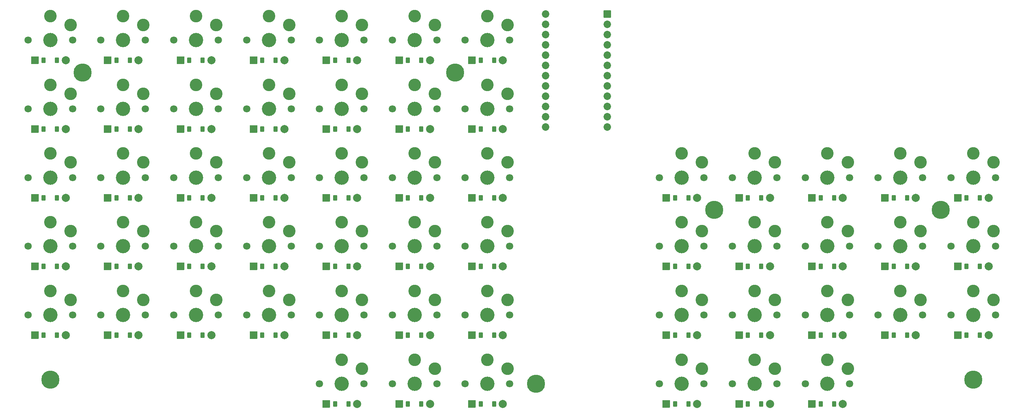
<source format=gbr>
%TF.GenerationSoftware,KiCad,Pcbnew,8.0.2*%
%TF.CreationDate,2024-06-03T01:18:46-04:00*%
%TF.ProjectId,unisplitchoc,756e6973-706c-4697-9463-686f632e6b69,v1.0.0*%
%TF.SameCoordinates,Original*%
%TF.FileFunction,Soldermask,Top*%
%TF.FilePolarity,Negative*%
%FSLAX46Y46*%
G04 Gerber Fmt 4.6, Leading zero omitted, Abs format (unit mm)*
G04 Created by KiCad (PCBNEW 8.0.2) date 2024-06-03 01:18:46*
%MOMM*%
%LPD*%
G01*
G04 APERTURE LIST*
G04 Aperture macros list*
%AMRoundRect*
0 Rectangle with rounded corners*
0 $1 Rounding radius*
0 $2 $3 $4 $5 $6 $7 $8 $9 X,Y pos of 4 corners*
0 Add a 4 corners polygon primitive as box body*
4,1,4,$2,$3,$4,$5,$6,$7,$8,$9,$2,$3,0*
0 Add four circle primitives for the rounded corners*
1,1,$1+$1,$2,$3*
1,1,$1+$1,$4,$5*
1,1,$1+$1,$6,$7*
1,1,$1+$1,$8,$9*
0 Add four rect primitives between the rounded corners*
20,1,$1+$1,$2,$3,$4,$5,0*
20,1,$1+$1,$4,$5,$6,$7,0*
20,1,$1+$1,$6,$7,$8,$9,0*
20,1,$1+$1,$8,$9,$2,$3,0*%
G04 Aperture macros list end*
%ADD10C,1.801800*%
%ADD11C,3.100000*%
%ADD12C,3.529000*%
%ADD13RoundRect,0.050000X-0.889000X-0.889000X0.889000X-0.889000X0.889000X0.889000X-0.889000X0.889000X0*%
%ADD14RoundRect,0.050000X-0.450000X-0.600000X0.450000X-0.600000X0.450000X0.600000X-0.450000X0.600000X0*%
%ADD15C,2.005000*%
%ADD16C,0.800000*%
%ADD17C,4.500000*%
%ADD18RoundRect,0.050000X-0.876300X0.876300X-0.876300X-0.876300X0.876300X-0.876300X0.876300X0.876300X0*%
%ADD19C,1.852600*%
G04 APERTURE END LIST*
D10*
%TO.C,S45*%
X268500000Y-166000000D03*
D11*
X274000000Y-160050000D03*
D12*
X274000000Y-166000000D03*
D11*
X279000000Y-162250000D03*
D10*
X279500000Y-166000000D03*
%TD*%
D13*
%TO.C,D52*%
X306190000Y-171000000D03*
D14*
X308350000Y-171000000D03*
X311650000Y-171000000D03*
D15*
X313810000Y-171000000D03*
%TD*%
D13*
%TO.C,D8*%
X114190000Y-154000000D03*
D14*
X116350000Y-154000000D03*
X119650000Y-154000000D03*
D15*
X121810000Y-154000000D03*
%TD*%
D13*
%TO.C,D20*%
X150190000Y-120000000D03*
D14*
X152350000Y-120000000D03*
X155650000Y-120000000D03*
D15*
X157810000Y-120000000D03*
%TD*%
D13*
%TO.C,D36*%
X204190000Y-154000000D03*
D14*
X206350000Y-154000000D03*
X209650000Y-154000000D03*
D15*
X211810000Y-154000000D03*
%TD*%
D10*
%TO.C,S50*%
X286500000Y-149000000D03*
D11*
X292000000Y-143050000D03*
D12*
X292000000Y-149000000D03*
D11*
X297000000Y-145250000D03*
D10*
X297500000Y-149000000D03*
%TD*%
%TO.C,S20*%
X148500000Y-115000000D03*
D11*
X154000000Y-109050000D03*
D12*
X154000000Y-115000000D03*
D11*
X159000000Y-111250000D03*
D10*
X159500000Y-115000000D03*
%TD*%
D13*
%TO.C,D16*%
X150190000Y-188000000D03*
D14*
X152350000Y-188000000D03*
X155650000Y-188000000D03*
D15*
X157810000Y-188000000D03*
%TD*%
D10*
%TO.C,S3*%
X94500000Y-149000000D03*
D11*
X100000000Y-143050000D03*
D12*
X100000000Y-149000000D03*
D11*
X105000000Y-145250000D03*
D10*
X105500000Y-149000000D03*
%TD*%
%TO.C,S25*%
X166500000Y-132000000D03*
D11*
X172000000Y-126050000D03*
D12*
X172000000Y-132000000D03*
D11*
X177000000Y-128250000D03*
D10*
X177500000Y-132000000D03*
%TD*%
D13*
%TO.C,D27*%
X186190000Y-205000000D03*
D14*
X188350000Y-205000000D03*
X191650000Y-205000000D03*
D15*
X193810000Y-205000000D03*
%TD*%
D10*
%TO.C,S55*%
X322500000Y-166000000D03*
D11*
X328000000Y-160050000D03*
D12*
X328000000Y-166000000D03*
D11*
X333000000Y-162250000D03*
D10*
X333500000Y-166000000D03*
%TD*%
%TO.C,S42*%
X250500000Y-149000000D03*
D11*
X256000000Y-143050000D03*
D12*
X256000000Y-149000000D03*
D11*
X261000000Y-145250000D03*
D10*
X261500000Y-149000000D03*
%TD*%
%TO.C,S11*%
X130500000Y-183000000D03*
D11*
X136000000Y-177050000D03*
D12*
X136000000Y-183000000D03*
D11*
X141000000Y-179250000D03*
D10*
X141500000Y-183000000D03*
%TD*%
D13*
%TO.C,D49*%
X288190000Y-171000000D03*
D14*
X290350000Y-171000000D03*
X293650000Y-171000000D03*
D15*
X295810000Y-171000000D03*
%TD*%
D13*
%TO.C,D5*%
X96190000Y-120000000D03*
D14*
X98350000Y-120000000D03*
X101650000Y-120000000D03*
D15*
X103810000Y-120000000D03*
%TD*%
D13*
%TO.C,D21*%
X168190000Y-205000000D03*
D14*
X170350000Y-205000000D03*
X173650000Y-205000000D03*
D15*
X175810000Y-205000000D03*
%TD*%
D13*
%TO.C,D30*%
X186190000Y-154000000D03*
D14*
X188350000Y-154000000D03*
X191650000Y-154000000D03*
D15*
X193810000Y-154000000D03*
%TD*%
D13*
%TO.C,D45*%
X270190000Y-171000000D03*
D14*
X272350000Y-171000000D03*
X275650000Y-171000000D03*
D15*
X277810000Y-171000000D03*
%TD*%
D13*
%TO.C,D11*%
X132190000Y-188000000D03*
D14*
X134350000Y-188000000D03*
X137650000Y-188000000D03*
D15*
X139810000Y-188000000D03*
%TD*%
D13*
%TO.C,D18*%
X150190000Y-154000000D03*
D14*
X152350000Y-154000000D03*
X155650000Y-154000000D03*
D15*
X157810000Y-154000000D03*
%TD*%
D10*
%TO.C,S30*%
X184500000Y-149000000D03*
D11*
X190000000Y-143050000D03*
D12*
X190000000Y-149000000D03*
D11*
X195000000Y-145250000D03*
D10*
X195500000Y-149000000D03*
%TD*%
%TO.C,S39*%
X250500000Y-200000000D03*
D11*
X256000000Y-194050000D03*
D12*
X256000000Y-200000000D03*
D11*
X261000000Y-196250000D03*
D10*
X261500000Y-200000000D03*
%TD*%
%TO.C,S52*%
X304500000Y-166000000D03*
D11*
X310000000Y-160050000D03*
D12*
X310000000Y-166000000D03*
D11*
X315000000Y-162250000D03*
D10*
X315500000Y-166000000D03*
%TD*%
D13*
%TO.C,D14*%
X132190000Y-137000000D03*
D14*
X134350000Y-137000000D03*
X137650000Y-137000000D03*
D15*
X139810000Y-137000000D03*
%TD*%
D10*
%TO.C,S16*%
X148500000Y-183000000D03*
D11*
X154000000Y-177050000D03*
D12*
X154000000Y-183000000D03*
D11*
X159000000Y-179250000D03*
D10*
X159500000Y-183000000D03*
%TD*%
D13*
%TO.C,D17*%
X150190000Y-171000000D03*
D14*
X152350000Y-171000000D03*
X155650000Y-171000000D03*
D15*
X157810000Y-171000000D03*
%TD*%
D13*
%TO.C,D28*%
X186190000Y-188000000D03*
D14*
X188350000Y-188000000D03*
X191650000Y-188000000D03*
D15*
X193810000Y-188000000D03*
%TD*%
D13*
%TO.C,D19*%
X150190000Y-137000000D03*
D14*
X152350000Y-137000000D03*
X155650000Y-137000000D03*
D15*
X157810000Y-137000000D03*
%TD*%
D10*
%TO.C,S23*%
X166500000Y-166000000D03*
D11*
X172000000Y-160050000D03*
D12*
X172000000Y-166000000D03*
D11*
X177000000Y-162250000D03*
D10*
X177500000Y-166000000D03*
%TD*%
D13*
%TO.C,D54*%
X324190000Y-188000000D03*
D14*
X326350000Y-188000000D03*
X329650000Y-188000000D03*
D15*
X331810000Y-188000000D03*
%TD*%
D10*
%TO.C,S33*%
X202500000Y-200000000D03*
D11*
X208000000Y-194050000D03*
D12*
X208000000Y-200000000D03*
D11*
X213000000Y-196250000D03*
D10*
X213500000Y-200000000D03*
%TD*%
D13*
%TO.C,D39*%
X252190000Y-205000000D03*
D14*
X254350000Y-205000000D03*
X257650000Y-205000000D03*
D15*
X259810000Y-205000000D03*
%TD*%
D10*
%TO.C,S51*%
X304500000Y-183000000D03*
D11*
X310000000Y-177050000D03*
D12*
X310000000Y-183000000D03*
D11*
X315000000Y-179250000D03*
D10*
X315500000Y-183000000D03*
%TD*%
%TO.C,S18*%
X148500000Y-149000000D03*
D11*
X154000000Y-143050000D03*
D12*
X154000000Y-149000000D03*
D11*
X159000000Y-145250000D03*
D10*
X159500000Y-149000000D03*
%TD*%
%TO.C,S26*%
X166500000Y-115000000D03*
D11*
X172000000Y-109050000D03*
D12*
X172000000Y-115000000D03*
D11*
X177000000Y-111250000D03*
D10*
X177500000Y-115000000D03*
%TD*%
%TO.C,S7*%
X112500000Y-166000000D03*
D11*
X118000000Y-160050000D03*
D12*
X118000000Y-166000000D03*
D11*
X123000000Y-162250000D03*
D10*
X123500000Y-166000000D03*
%TD*%
D13*
%TO.C,D47*%
X288190000Y-205000000D03*
D14*
X290350000Y-205000000D03*
X293650000Y-205000000D03*
D15*
X295810000Y-205000000D03*
%TD*%
D10*
%TO.C,S10*%
X112500000Y-115000000D03*
D11*
X118000000Y-109050000D03*
D12*
X118000000Y-115000000D03*
D11*
X123000000Y-111250000D03*
D10*
X123500000Y-115000000D03*
%TD*%
%TO.C,S37*%
X202500000Y-132000000D03*
D11*
X208000000Y-126050000D03*
D12*
X208000000Y-132000000D03*
D11*
X213000000Y-128250000D03*
D10*
X213500000Y-132000000D03*
%TD*%
D13*
%TO.C,D26*%
X168190000Y-120000000D03*
D14*
X170350000Y-120000000D03*
X173650000Y-120000000D03*
D15*
X175810000Y-120000000D03*
%TD*%
D10*
%TO.C,S1*%
X94500000Y-183000000D03*
D11*
X100000000Y-177050000D03*
D12*
X100000000Y-183000000D03*
D11*
X105000000Y-179250000D03*
D10*
X105500000Y-183000000D03*
%TD*%
D16*
%TO.C,_2*%
X198350000Y-123000000D03*
X198833274Y-121833274D03*
X198833274Y-124166726D03*
X200000000Y-121350000D03*
D17*
X200000000Y-123000000D03*
D16*
X200000000Y-124650000D03*
X201166726Y-121833274D03*
X201166726Y-124166726D03*
X201650000Y-123000000D03*
%TD*%
D10*
%TO.C,S47*%
X286500000Y-200000000D03*
D11*
X292000000Y-194050000D03*
D12*
X292000000Y-200000000D03*
D11*
X297000000Y-196250000D03*
D10*
X297500000Y-200000000D03*
%TD*%
%TO.C,S4*%
X94500000Y-132000000D03*
D11*
X100000000Y-126050000D03*
D12*
X100000000Y-132000000D03*
D11*
X105000000Y-128250000D03*
D10*
X105500000Y-132000000D03*
%TD*%
D16*
%TO.C,_3*%
X262350000Y-157000000D03*
X262833274Y-155833274D03*
X262833274Y-158166726D03*
X264000000Y-155350000D03*
D17*
X264000000Y-157000000D03*
D16*
X264000000Y-158650000D03*
X265166726Y-155833274D03*
X265166726Y-158166726D03*
X265650000Y-157000000D03*
%TD*%
D13*
%TO.C,D38*%
X204190000Y-120000000D03*
D14*
X206350000Y-120000000D03*
X209650000Y-120000000D03*
D15*
X211810000Y-120000000D03*
%TD*%
D10*
%TO.C,S48*%
X286500000Y-183000000D03*
D11*
X292000000Y-177050000D03*
D12*
X292000000Y-183000000D03*
D11*
X297000000Y-179250000D03*
D10*
X297500000Y-183000000D03*
%TD*%
D13*
%TO.C,D24*%
X168190000Y-154000000D03*
D14*
X170350000Y-154000000D03*
X173650000Y-154000000D03*
D15*
X175810000Y-154000000D03*
%TD*%
D13*
%TO.C,D34*%
X204190000Y-188000000D03*
D14*
X206350000Y-188000000D03*
X209650000Y-188000000D03*
D15*
X211810000Y-188000000D03*
%TD*%
D13*
%TO.C,D51*%
X306190000Y-188000000D03*
D14*
X308350000Y-188000000D03*
X311650000Y-188000000D03*
D15*
X313810000Y-188000000D03*
%TD*%
D13*
%TO.C,D4*%
X96190000Y-137000000D03*
D14*
X98350000Y-137000000D03*
X101650000Y-137000000D03*
D15*
X103810000Y-137000000D03*
%TD*%
D10*
%TO.C,S29*%
X184500000Y-166000000D03*
D11*
X190000000Y-160050000D03*
D12*
X190000000Y-166000000D03*
D11*
X195000000Y-162250000D03*
D10*
X195500000Y-166000000D03*
%TD*%
D13*
%TO.C,D31*%
X186190000Y-137000000D03*
D14*
X188350000Y-137000000D03*
X191650000Y-137000000D03*
D15*
X193810000Y-137000000D03*
%TD*%
D13*
%TO.C,D15*%
X132190000Y-120000000D03*
D14*
X134350000Y-120000000D03*
X137650000Y-120000000D03*
D15*
X139810000Y-120000000D03*
%TD*%
D13*
%TO.C,D13*%
X132190000Y-154000000D03*
D14*
X134350000Y-154000000D03*
X137650000Y-154000000D03*
D15*
X139810000Y-154000000D03*
%TD*%
D13*
%TO.C,D50*%
X288190000Y-154000000D03*
D14*
X290350000Y-154000000D03*
X293650000Y-154000000D03*
D15*
X295810000Y-154000000D03*
%TD*%
D10*
%TO.C,S49*%
X286500000Y-166000000D03*
D11*
X292000000Y-160050000D03*
D12*
X292000000Y-166000000D03*
D11*
X297000000Y-162250000D03*
D10*
X297500000Y-166000000D03*
%TD*%
D13*
%TO.C,D33*%
X204190000Y-205000000D03*
D14*
X206350000Y-205000000D03*
X209650000Y-205000000D03*
D15*
X211810000Y-205000000D03*
%TD*%
D13*
%TO.C,D40*%
X252190000Y-188000000D03*
D14*
X254350000Y-188000000D03*
X257650000Y-188000000D03*
D15*
X259810000Y-188000000D03*
%TD*%
D10*
%TO.C,S5*%
X94500000Y-115000000D03*
D11*
X100000000Y-109050000D03*
D12*
X100000000Y-115000000D03*
D11*
X105000000Y-111250000D03*
D10*
X105500000Y-115000000D03*
%TD*%
D13*
%TO.C,D9*%
X114190000Y-137000000D03*
D14*
X116350000Y-137000000D03*
X119650000Y-137000000D03*
D15*
X121810000Y-137000000D03*
%TD*%
D16*
%TO.C,_4*%
X318350000Y-157000000D03*
X318833274Y-155833274D03*
X318833274Y-158166726D03*
X320000000Y-155350000D03*
D17*
X320000000Y-157000000D03*
D16*
X320000000Y-158650000D03*
X321166726Y-155833274D03*
X321166726Y-158166726D03*
X321650000Y-157000000D03*
%TD*%
D10*
%TO.C,S53*%
X304500000Y-149000000D03*
D11*
X310000000Y-143050000D03*
D12*
X310000000Y-149000000D03*
D11*
X315000000Y-145250000D03*
D10*
X315500000Y-149000000D03*
%TD*%
D13*
%TO.C,D43*%
X270190000Y-205000000D03*
D14*
X272350000Y-205000000D03*
X275650000Y-205000000D03*
D15*
X277810000Y-205000000D03*
%TD*%
D13*
%TO.C,D32*%
X186190000Y-120000000D03*
D14*
X188350000Y-120000000D03*
X191650000Y-120000000D03*
D15*
X193810000Y-120000000D03*
%TD*%
D13*
%TO.C,D44*%
X270190000Y-188000000D03*
D14*
X272350000Y-188000000D03*
X275650000Y-188000000D03*
D15*
X277810000Y-188000000D03*
%TD*%
D10*
%TO.C,S32*%
X184500000Y-115000000D03*
D11*
X190000000Y-109050000D03*
D12*
X190000000Y-115000000D03*
D11*
X195000000Y-111250000D03*
D10*
X195500000Y-115000000D03*
%TD*%
%TO.C,S56*%
X322500000Y-149000000D03*
D11*
X328000000Y-143050000D03*
D12*
X328000000Y-149000000D03*
D11*
X333000000Y-145250000D03*
D10*
X333500000Y-149000000D03*
%TD*%
%TO.C,S38*%
X202500000Y-115000000D03*
D11*
X208000000Y-109050000D03*
D12*
X208000000Y-115000000D03*
D11*
X213000000Y-111250000D03*
D10*
X213500000Y-115000000D03*
%TD*%
%TO.C,S46*%
X268500000Y-149000000D03*
D11*
X274000000Y-143050000D03*
D12*
X274000000Y-149000000D03*
D11*
X279000000Y-145250000D03*
D10*
X279500000Y-149000000D03*
%TD*%
D13*
%TO.C,D42*%
X252190000Y-154000000D03*
D14*
X254350000Y-154000000D03*
X257650000Y-154000000D03*
D15*
X259810000Y-154000000D03*
%TD*%
D13*
%TO.C,D7*%
X114190000Y-171000000D03*
D14*
X116350000Y-171000000D03*
X119650000Y-171000000D03*
D15*
X121810000Y-171000000D03*
%TD*%
D13*
%TO.C,D25*%
X168190000Y-137000000D03*
D14*
X170350000Y-137000000D03*
X173650000Y-137000000D03*
D15*
X175810000Y-137000000D03*
%TD*%
D13*
%TO.C,D3*%
X96190000Y-154000000D03*
D14*
X98350000Y-154000000D03*
X101650000Y-154000000D03*
D15*
X103810000Y-154000000D03*
%TD*%
D16*
%TO.C,_7*%
X326350000Y-199000000D03*
X326833274Y-197833274D03*
X326833274Y-200166726D03*
X328000000Y-197350000D03*
D17*
X328000000Y-199000000D03*
D16*
X328000000Y-200650000D03*
X329166726Y-197833274D03*
X329166726Y-200166726D03*
X329650000Y-199000000D03*
%TD*%
D10*
%TO.C,S22*%
X166500000Y-183000000D03*
D11*
X172000000Y-177050000D03*
D12*
X172000000Y-183000000D03*
D11*
X177000000Y-179250000D03*
D10*
X177500000Y-183000000D03*
%TD*%
D16*
%TO.C,_5*%
X98350000Y-199000000D03*
X98833274Y-197833274D03*
X98833274Y-200166726D03*
X100000000Y-197350000D03*
D17*
X100000000Y-199000000D03*
D16*
X100000000Y-200650000D03*
X101166726Y-197833274D03*
X101166726Y-200166726D03*
X101650000Y-199000000D03*
%TD*%
D10*
%TO.C,S43*%
X268500000Y-200000000D03*
D11*
X274000000Y-194050000D03*
D12*
X274000000Y-200000000D03*
D11*
X279000000Y-196250000D03*
D10*
X279500000Y-200000000D03*
%TD*%
%TO.C,S21*%
X166500000Y-200000000D03*
D11*
X172000000Y-194050000D03*
D12*
X172000000Y-200000000D03*
D11*
X177000000Y-196250000D03*
D10*
X177500000Y-200000000D03*
%TD*%
%TO.C,S15*%
X130500000Y-115000000D03*
D11*
X136000000Y-109050000D03*
D12*
X136000000Y-115000000D03*
D11*
X141000000Y-111250000D03*
D10*
X141500000Y-115000000D03*
%TD*%
D18*
%TO.C,MCU1*%
X237620000Y-108530000D03*
D19*
X237620000Y-111070000D03*
X237620000Y-113610000D03*
X237620000Y-116150000D03*
X237620000Y-118690000D03*
X237620000Y-121230000D03*
X237620000Y-123770000D03*
X237620000Y-126310000D03*
X237620000Y-128850000D03*
X237620000Y-131390000D03*
X237620000Y-133930000D03*
X237620000Y-136470000D03*
X222380000Y-108530000D03*
X222380000Y-111070000D03*
X222380000Y-113610000D03*
X222380000Y-116150000D03*
X222380000Y-118690000D03*
X222380000Y-121230000D03*
X222380000Y-123770000D03*
X222380000Y-126310000D03*
X222380000Y-128850000D03*
X222380000Y-131390000D03*
X222380000Y-133930000D03*
X222380000Y-136470000D03*
%TD*%
D13*
%TO.C,D23*%
X168190000Y-171000000D03*
D14*
X170350000Y-171000000D03*
X173650000Y-171000000D03*
D15*
X175810000Y-171000000D03*
%TD*%
D13*
%TO.C,D10*%
X114190000Y-120000000D03*
D14*
X116350000Y-120000000D03*
X119650000Y-120000000D03*
D15*
X121810000Y-120000000D03*
%TD*%
D13*
%TO.C,D2*%
X96190000Y-171000000D03*
D14*
X98350000Y-171000000D03*
X101650000Y-171000000D03*
D15*
X103810000Y-171000000D03*
%TD*%
D13*
%TO.C,D22*%
X168190000Y-188000000D03*
D14*
X170350000Y-188000000D03*
X173650000Y-188000000D03*
D15*
X175810000Y-188000000D03*
%TD*%
D10*
%TO.C,S31*%
X184500000Y-132000000D03*
D11*
X190000000Y-126050000D03*
D12*
X190000000Y-132000000D03*
D11*
X195000000Y-128250000D03*
D10*
X195500000Y-132000000D03*
%TD*%
D13*
%TO.C,D6*%
X114190000Y-188000000D03*
D14*
X116350000Y-188000000D03*
X119650000Y-188000000D03*
D15*
X121810000Y-188000000D03*
%TD*%
D10*
%TO.C,S40*%
X250500000Y-183000000D03*
D11*
X256000000Y-177050000D03*
D12*
X256000000Y-183000000D03*
D11*
X261000000Y-179250000D03*
D10*
X261500000Y-183000000D03*
%TD*%
%TO.C,S27*%
X184500000Y-200000000D03*
D11*
X190000000Y-194050000D03*
D12*
X190000000Y-200000000D03*
D11*
X195000000Y-196250000D03*
D10*
X195500000Y-200000000D03*
%TD*%
%TO.C,S14*%
X130500000Y-132000000D03*
D11*
X136000000Y-126050000D03*
D12*
X136000000Y-132000000D03*
D11*
X141000000Y-128250000D03*
D10*
X141500000Y-132000000D03*
%TD*%
%TO.C,S12*%
X130500000Y-166000000D03*
D11*
X136000000Y-160050000D03*
D12*
X136000000Y-166000000D03*
D11*
X141000000Y-162250000D03*
D10*
X141500000Y-166000000D03*
%TD*%
%TO.C,S44*%
X268500000Y-183000000D03*
D11*
X274000000Y-177050000D03*
D12*
X274000000Y-183000000D03*
D11*
X279000000Y-179250000D03*
D10*
X279500000Y-183000000D03*
%TD*%
%TO.C,S9*%
X112500000Y-132000000D03*
D11*
X118000000Y-126050000D03*
D12*
X118000000Y-132000000D03*
D11*
X123000000Y-128250000D03*
D10*
X123500000Y-132000000D03*
%TD*%
D13*
%TO.C,D29*%
X186190000Y-171000000D03*
D14*
X188350000Y-171000000D03*
X191650000Y-171000000D03*
D15*
X193810000Y-171000000D03*
%TD*%
D13*
%TO.C,D41*%
X252190000Y-171000000D03*
D14*
X254350000Y-171000000D03*
X257650000Y-171000000D03*
D15*
X259810000Y-171000000D03*
%TD*%
D10*
%TO.C,S24*%
X166500000Y-149000000D03*
D11*
X172000000Y-143050000D03*
D12*
X172000000Y-149000000D03*
D11*
X177000000Y-145250000D03*
D10*
X177500000Y-149000000D03*
%TD*%
%TO.C,S17*%
X148500000Y-166000000D03*
D11*
X154000000Y-160050000D03*
D12*
X154000000Y-166000000D03*
D11*
X159000000Y-162250000D03*
D10*
X159500000Y-166000000D03*
%TD*%
%TO.C,S36*%
X202500000Y-149000000D03*
D11*
X208000000Y-143050000D03*
D12*
X208000000Y-149000000D03*
D11*
X213000000Y-145250000D03*
D10*
X213500000Y-149000000D03*
%TD*%
D13*
%TO.C,D48*%
X288190000Y-188000000D03*
D14*
X290350000Y-188000000D03*
X293650000Y-188000000D03*
D15*
X295810000Y-188000000D03*
%TD*%
D10*
%TO.C,S13*%
X130500000Y-149000000D03*
D11*
X136000000Y-143050000D03*
D12*
X136000000Y-149000000D03*
D11*
X141000000Y-145250000D03*
D10*
X141500000Y-149000000D03*
%TD*%
D16*
%TO.C,_6*%
X218350000Y-200000000D03*
X218833274Y-198833274D03*
X218833274Y-201166726D03*
X220000000Y-198350000D03*
D17*
X220000000Y-200000000D03*
D16*
X220000000Y-201650000D03*
X221166726Y-198833274D03*
X221166726Y-201166726D03*
X221650000Y-200000000D03*
%TD*%
D10*
%TO.C,S34*%
X202500000Y-183000000D03*
D11*
X208000000Y-177050000D03*
D12*
X208000000Y-183000000D03*
D11*
X213000000Y-179250000D03*
D10*
X213500000Y-183000000D03*
%TD*%
%TO.C,S54*%
X322500000Y-183000000D03*
D11*
X328000000Y-177050000D03*
D12*
X328000000Y-183000000D03*
D11*
X333000000Y-179250000D03*
D10*
X333500000Y-183000000D03*
%TD*%
D13*
%TO.C,D1*%
X96190000Y-188000000D03*
D14*
X98350000Y-188000000D03*
X101650000Y-188000000D03*
D15*
X103810000Y-188000000D03*
%TD*%
D10*
%TO.C,S35*%
X202500000Y-166000000D03*
D11*
X208000000Y-160050000D03*
D12*
X208000000Y-166000000D03*
D11*
X213000000Y-162250000D03*
D10*
X213500000Y-166000000D03*
%TD*%
%TO.C,S6*%
X112500000Y-183000000D03*
D11*
X118000000Y-177050000D03*
D12*
X118000000Y-183000000D03*
D11*
X123000000Y-179250000D03*
D10*
X123500000Y-183000000D03*
%TD*%
%TO.C,S2*%
X94500000Y-166000000D03*
D11*
X100000000Y-160050000D03*
D12*
X100000000Y-166000000D03*
D11*
X105000000Y-162250000D03*
D10*
X105500000Y-166000000D03*
%TD*%
D16*
%TO.C,_1*%
X106350000Y-123000000D03*
X106833274Y-121833274D03*
X106833274Y-124166726D03*
X108000000Y-121350000D03*
D17*
X108000000Y-123000000D03*
D16*
X108000000Y-124650000D03*
X109166726Y-121833274D03*
X109166726Y-124166726D03*
X109650000Y-123000000D03*
%TD*%
D13*
%TO.C,D55*%
X324190000Y-171000000D03*
D14*
X326350000Y-171000000D03*
X329650000Y-171000000D03*
D15*
X331810000Y-171000000D03*
%TD*%
D13*
%TO.C,D46*%
X270190000Y-154000000D03*
D14*
X272350000Y-154000000D03*
X275650000Y-154000000D03*
D15*
X277810000Y-154000000D03*
%TD*%
D10*
%TO.C,S41*%
X250500000Y-166000000D03*
D11*
X256000000Y-160050000D03*
D12*
X256000000Y-166000000D03*
D11*
X261000000Y-162250000D03*
D10*
X261500000Y-166000000D03*
%TD*%
D13*
%TO.C,D53*%
X306190000Y-154000000D03*
D14*
X308350000Y-154000000D03*
X311650000Y-154000000D03*
D15*
X313810000Y-154000000D03*
%TD*%
D10*
%TO.C,S28*%
X184500000Y-183000000D03*
D11*
X190000000Y-177050000D03*
D12*
X190000000Y-183000000D03*
D11*
X195000000Y-179250000D03*
D10*
X195500000Y-183000000D03*
%TD*%
%TO.C,S19*%
X148500000Y-132000000D03*
D11*
X154000000Y-126050000D03*
D12*
X154000000Y-132000000D03*
D11*
X159000000Y-128250000D03*
D10*
X159500000Y-132000000D03*
%TD*%
D13*
%TO.C,D37*%
X204190000Y-137000000D03*
D14*
X206350000Y-137000000D03*
X209650000Y-137000000D03*
D15*
X211810000Y-137000000D03*
%TD*%
D10*
%TO.C,S8*%
X112500000Y-149000000D03*
D11*
X118000000Y-143050000D03*
D12*
X118000000Y-149000000D03*
D11*
X123000000Y-145250000D03*
D10*
X123500000Y-149000000D03*
%TD*%
D13*
%TO.C,D12*%
X132190000Y-171000000D03*
D14*
X134350000Y-171000000D03*
X137650000Y-171000000D03*
D15*
X139810000Y-171000000D03*
%TD*%
D13*
%TO.C,D35*%
X204190000Y-171000000D03*
D14*
X206350000Y-171000000D03*
X209650000Y-171000000D03*
D15*
X211810000Y-171000000D03*
%TD*%
D13*
%TO.C,D56*%
X324190000Y-154000000D03*
D14*
X326350000Y-154000000D03*
X329650000Y-154000000D03*
D15*
X331810000Y-154000000D03*
%TD*%
M02*

</source>
